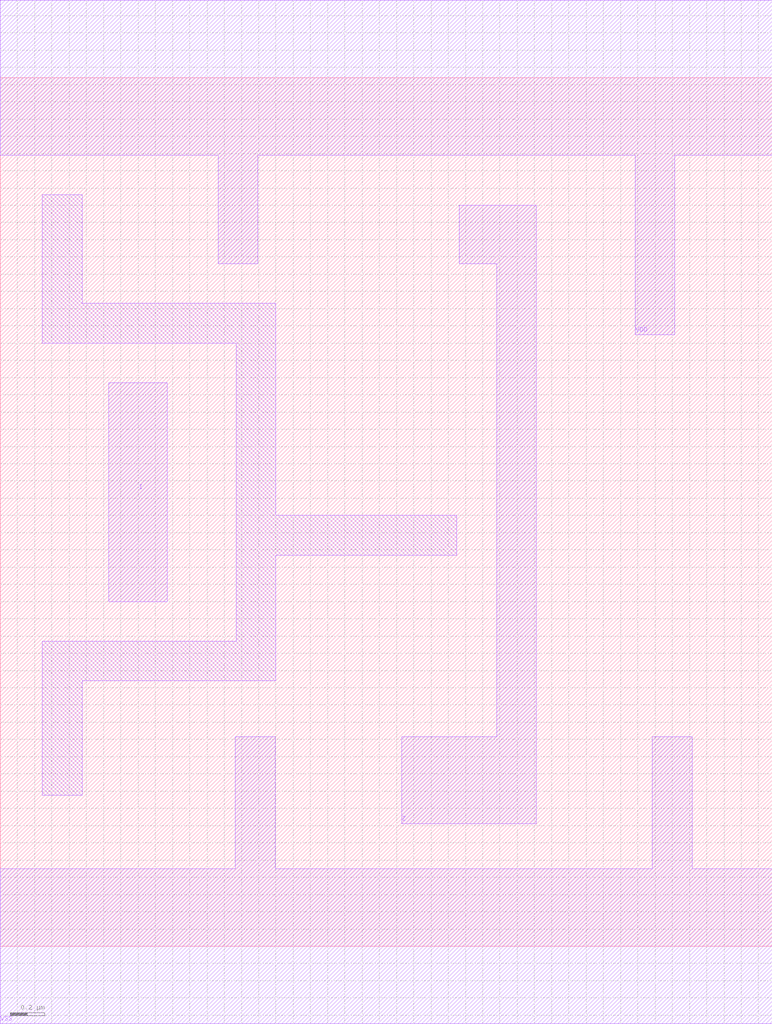
<source format=lef>
# Copyright 2022 GlobalFoundries PDK Authors
#
# Licensed under the Apache License, Version 2.0 (the "License");
# you may not use this file except in compliance with the License.
# You may obtain a copy of the License at
#
#      http://www.apache.org/licenses/LICENSE-2.0
#
# Unless required by applicable law or agreed to in writing, software
# distributed under the License is distributed on an "AS IS" BASIS,
# WITHOUT WARRANTIES OR CONDITIONS OF ANY KIND, either express or implied.
# See the License for the specific language governing permissions and
# limitations under the License.

MACRO gf180mcu_fd_sc_mcu9t5v0__clkbuf_2
  CLASS core ;
  FOREIGN gf180mcu_fd_sc_mcu9t5v0__clkbuf_2 0.0 0.0 ;
  ORIGIN 0 0 ;
  SYMMETRY X Y ;
  SITE GF018hv5v_green_sc9 ;
  SIZE 4.48 BY 5.04 ;
  PIN I
    DIRECTION INPUT ;
    ANTENNAGATEAREA 1.353 ;
    PORT
      LAYER Metal1 ;
        POLYGON 0.63 2 0.97 2 0.97 3.27 0.63 3.27  ;
    END
  END I
  PIN Z
    DIRECTION OUTPUT ;
    ANTENNADIFFAREA 1.5506 ;
    PORT
      LAYER Metal1 ;
        POLYGON 2.665 3.96 2.88 3.96 2.88 1.215 2.33 1.215 2.33 0.71 3.11 0.71 3.11 4.3 2.665 4.3  ;
    END
  END Z
  PIN VDD
    DIRECTION INOUT ;
    USE power ;
    SHAPE ABUTMENT ;
    PORT
      LAYER Metal1 ;
        POLYGON 0 4.59 1.265 4.59 1.265 3.96 1.495 3.96 1.495 4.59 2.65 4.59 3.685 4.59 3.685 3.55 3.915 3.55 3.915 4.59 4.48 4.59 4.48 5.49 2.65 5.49 0 5.49  ;
    END
  END VDD
  PIN VSS
    DIRECTION INOUT ;
    USE ground ;
    SHAPE ABUTMENT ;
    PORT
      LAYER Metal1 ;
        POLYGON 0 -0.45 4.48 -0.45 4.48 0.45 4.015 0.45 4.015 1.215 3.785 1.215 3.785 0.45 1.595 0.45 1.595 1.215 1.365 1.215 1.365 0.45 0 0.45  ;
    END
  END VSS
  OBS
      LAYER Metal1 ;
        POLYGON 0.245 3.5 1.37 3.5 1.37 1.77 0.245 1.77 0.245 0.875 0.475 0.875 0.475 1.54 1.6 1.54 1.6 2.27 2.65 2.27 2.65 2.5 1.6 2.5 1.6 3.73 0.475 3.73 0.475 4.36 0.245 4.36  ;
  END
END gf180mcu_fd_sc_mcu9t5v0__clkbuf_2

</source>
